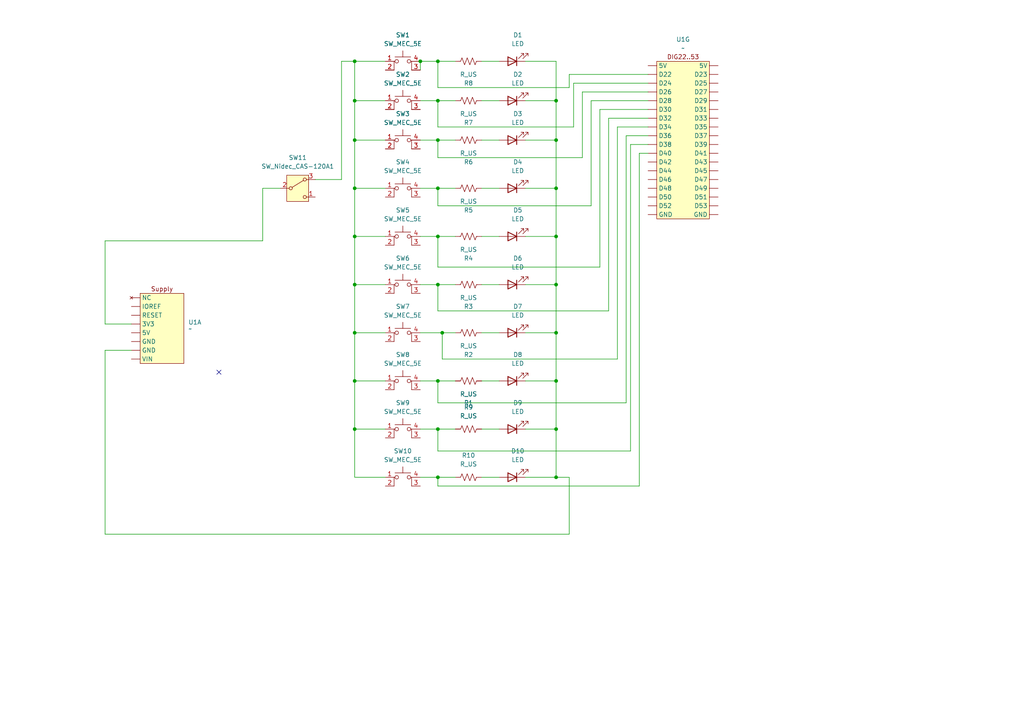
<source format=kicad_sch>
(kicad_sch (version 20231120) (generator "eeschema") (generator_version "8.0")
  (paper "A4")
  (lib_symbols
    (symbol "ArduinoMega2560R3e:ArduinoMega2560R3e" (pin_numbers hide)
      (property "Reference" "U" (at 0 3.81 0))
      (symbol "ArduinoMega2560R3e_1_1"
        (rectangle (start 0 -2.54) (end 12.7 -22.86) (fill (type background)))
        (text "Supply" (at 6.35 -1.27 0) (effects (font (size 1.27 1.27))))
        (pin no_connect line (at -2.54 -3.81 0) (length 2.54) (name "NC") (number "201"))
        (pin output line (at -2.54 -6.35 0) (length 2.54) (name "IOREF") (number "202"))
        (pin input line (at -2.54 -8.89 0) (length 2.54) (name "RESET") (number "203"))
        (pin power_out line (at -2.54 -11.43 0) (length 2.54) (name "3V3") (number "204"))
        (pin power_out line (at -2.54 -13.97 0) (length 2.54) (name "5V") (number "205"))
        (pin power_in line (at -2.54 -16.51 0) (length 2.54) (name "GND") (number "206"))
        (pin power_in line (at -2.54 -19.05 0) (length 2.54) (name "GND") (number "207"))
        (pin power_in line (at -2.54 -21.59 0) (length 2.54) (name "VIN") (number "208"))
      )
      (symbol "ArduinoMega2560R3e_2_1"
        (rectangle (start 0 -2.54) (end 12.7 -22.86) (fill (type background)))
        (text "ANA0..7" (at 6.35 -1.27 0) (effects (font (size 1.27 1.27))))
        (pin input line (at -2.54 -3.81 0) (length 2.54) (name "A0") (number "209"))
        (pin input line (at -2.54 -6.35 0) (length 2.54) (name "A1") (number "210"))
        (pin input line (at -2.54 -8.89 0) (length 2.54) (name "A2") (number "211"))
        (pin input line (at -2.54 -11.43 0) (length 2.54) (name "A3") (number "212"))
        (pin input line (at -2.54 -13.97 0) (length 2.54) (name "A4") (number "213"))
        (pin input line (at -2.54 -16.51 0) (length 2.54) (name "A5") (number "214"))
        (pin input line (at -2.54 -19.05 0) (length 2.54) (name "A6") (number "215"))
        (pin input line (at -2.54 -21.59 0) (length 2.54) (name "A7") (number "216"))
      )
      (symbol "ArduinoMega2560R3e_3_1"
        (rectangle (start 0 -2.54) (end 12.7 -22.86) (fill (type background)))
        (text "ANA8..15" (at 6.35 -1.27 0) (effects (font (size 1.27 1.27))))
        (pin input line (at -2.54 -3.81 0) (length 2.54) (name "A8") (number "217"))
        (pin input line (at -2.54 -6.35 0) (length 2.54) (name "A9") (number "218"))
        (pin input line (at -2.54 -8.89 0) (length 2.54) (name "A10") (number "219"))
        (pin input line (at -2.54 -11.43 0) (length 2.54) (name "A11") (number "220"))
        (pin input line (at -2.54 -13.97 0) (length 2.54) (name "A12") (number "221"))
        (pin input line (at -2.54 -16.51 0) (length 2.54) (name "A13") (number "222"))
        (pin input line (at -2.54 -19.05 0) (length 2.54) (name "A14") (number "223"))
        (pin input line (at -2.54 -21.59 0) (length 2.54) (name "A15") (number "224"))
      )
      (symbol "ArduinoMega2560R3e_4_1"
        (rectangle (start 0 -2.54) (end 12.7 -27.94) (fill (type background)))
        (text "PWM8..13" (at 6.35 -1.27 0) (effects (font (size 1.27 1.27))))
        (pin output line (at -2.54 -3.81 0) (length 2.54) (name "SCL") (number "101"))
        (pin bidirectional line (at -2.54 -6.35 0) (length 2.54) (name "SDA") (number "102"))
        (pin input line (at -2.54 -8.89 0) (length 2.54) (name "AREF") (number "103"))
        (pin power_in line (at -2.54 -11.43 0) (length 2.54) (name "GND") (number "104"))
        (pin bidirectional line (at -2.54 -13.97 0) (length 2.54) (name "PWM13") (number "105"))
        (pin bidirectional line (at -2.54 -16.51 0) (length 2.54) (name "PWM12") (number "106"))
        (pin bidirectional line (at -2.54 -19.05 0) (length 2.54) (name "PWM11") (number "107"))
        (pin bidirectional line (at -2.54 -21.59 0) (length 2.54) (name "PWM10") (number "108"))
        (pin bidirectional line (at -2.54 -24.13 0) (length 2.54) (name "PWM9") (number "109"))
        (pin bidirectional line (at -2.54 -26.67 0) (length 2.54) (name "PWM8") (number "110"))
      )
      (symbol "ArduinoMega2560R3e_5_1"
        (rectangle (start 0 -2.54) (end 12.7 -22.86) (fill (type background)))
        (text "PWM7..0" (at 6.35 -1.27 0) (effects (font (size 1.27 1.27))))
        (pin bidirectional line (at -2.54 -3.81 0) (length 2.54) (name "PWM7") (number "111"))
        (pin bidirectional line (at -2.54 -6.35 0) (length 2.54) (name "PWM6") (number "112"))
        (pin bidirectional line (at -2.54 -8.89 0) (length 2.54) (name "PWM5") (number "113"))
        (pin bidirectional line (at -2.54 -11.43 0) (length 2.54) (name "PWM4") (number "114"))
        (pin bidirectional line (at -2.54 -13.97 0) (length 2.54) (name "PWM3") (number "115"))
        (pin bidirectional line (at -2.54 -16.51 0) (length 2.54) (name "PWM2") (number "116"))
        (pin bidirectional line (at -2.54 -19.05 0) (length 2.54) (name "PWM1") (number "117"))
        (pin bidirectional line (at -2.54 -21.59 0) (length 2.54) (name "PWM0") (number "118"))
      )
      (symbol "ArduinoMega2560R3e_6_1"
        (rectangle (start 0 -2.54) (end 12.7 -22.86) (fill (type background)))
        (text "Serial" (at 6.35 -1.27 0) (effects (font (size 1.27 1.27))))
        (pin bidirectional line (at -2.54 -3.81 0) (length 2.54) (name "TX3_14") (number "119"))
        (pin bidirectional line (at -2.54 -6.35 0) (length 2.54) (name "RX3_15") (number "120"))
        (pin bidirectional line (at -2.54 -8.89 0) (length 2.54) (name "TX2_16") (number "121"))
        (pin bidirectional line (at -2.54 -11.43 0) (length 2.54) (name "RX2_17") (number "122"))
        (pin bidirectional line (at -2.54 -13.97 0) (length 2.54) (name "TX1_18") (number "123"))
        (pin bidirectional line (at -2.54 -16.51 0) (length 2.54) (name "RX1_19") (number "124"))
        (pin bidirectional line (at -2.54 -19.05 0) (length 2.54) (name "SDA_20") (number "125"))
        (pin bidirectional line (at -2.54 -21.59 0) (length 2.54) (name "SCL_21") (number "126"))
      )
      (symbol "ArduinoMega2560R3e_7_1"
        (rectangle (start -7.62 -1.27) (end 7.62 -46.99) (fill (type background)))
        (text "DIG22..53" (at 0 0 0) (effects (font (size 1.27 1.27))))
        (pin power_out line (at -10.16 -2.54 0) (length 2.54) (name "5V") (number "1"))
        (pin bidirectional line (at 10.16 -12.7 180) (length 2.54) (name "D29") (number "10"))
        (pin bidirectional line (at -10.16 -15.24 0) (length 2.54) (name "D30") (number "11"))
        (pin bidirectional line (at 10.16 -15.24 180) (length 2.54) (name "D31") (number "12"))
        (pin bidirectional line (at -10.16 -17.78 0) (length 2.54) (name "D32") (number "13"))
        (pin bidirectional line (at 10.16 -17.78 180) (length 2.54) (name "D33") (number "14"))
        (pin bidirectional line (at -10.16 -20.32 0) (length 2.54) (name "D34") (number "15"))
        (pin bidirectional line (at 10.16 -20.32 180) (length 2.54) (name "D35") (number "16"))
        (pin bidirectional line (at -10.16 -22.86 0) (length 2.54) (name "D36") (number "17"))
        (pin bidirectional line (at 10.16 -22.86 180) (length 2.54) (name "D37") (number "18"))
        (pin bidirectional line (at -10.16 -25.4 0) (length 2.54) (name "D38") (number "19"))
        (pin power_out line (at 10.16 -2.54 180) (length 2.54) (name "5V") (number "2"))
        (pin bidirectional line (at 10.16 -25.4 180) (length 2.54) (name "D39") (number "20"))
        (pin bidirectional line (at -10.16 -27.94 0) (length 2.54) (name "D40") (number "21"))
        (pin bidirectional line (at 10.16 -27.94 180) (length 2.54) (name "D41") (number "22"))
        (pin bidirectional line (at -10.16 -30.48 0) (length 2.54) (name "D42") (number "23"))
        (pin bidirectional line (at 10.16 -30.48 180) (length 2.54) (name "D43") (number "24"))
        (pin bidirectional line (at -10.16 -33.02 0) (length 2.54) (name "D44") (number "25"))
        (pin bidirectional line (at 10.16 -33.02 180) (length 2.54) (name "D45") (number "26"))
        (pin bidirectional line (at -10.16 -35.56 0) (length 2.54) (name "D46") (number "27"))
        (pin bidirectional line (at 10.16 -35.56 180) (length 2.54) (name "D47") (number "28"))
        (pin bidirectional line (at -10.16 -38.1 0) (length 2.54) (name "D48") (number "29"))
        (pin bidirectional line (at -10.16 -5.08 0) (length 2.54) (name "D22") (number "3"))
        (pin bidirectional line (at 10.16 -38.1 180) (length 2.54) (name "D49") (number "30"))
        (pin bidirectional line (at -10.16 -40.64 0) (length 2.54) (name "D50") (number "31"))
        (pin bidirectional line (at 10.16 -40.64 180) (length 2.54) (name "D51") (number "32"))
        (pin bidirectional line (at -10.16 -43.18 0) (length 2.54) (name "D52") (number "33"))
        (pin bidirectional line (at 10.16 -43.18 180) (length 2.54) (name "D53") (number "34"))
        (pin power_in line (at -10.16 -45.72 0) (length 2.54) (name "GND") (number "35"))
        (pin power_in line (at 10.16 -45.72 180) (length 2.54) (name "GND") (number "36"))
        (pin bidirectional line (at 10.16 -5.08 180) (length 2.54) (name "D23") (number "4"))
        (pin bidirectional line (at -10.16 -7.62 0) (length 2.54) (name "D24") (number "5"))
        (pin bidirectional line (at 10.16 -7.62 180) (length 2.54) (name "D25") (number "6"))
        (pin bidirectional line (at -10.16 -10.16 0) (length 2.54) (name "D26") (number "7"))
        (pin bidirectional line (at 10.16 -10.16 180) (length 2.54) (name "D27") (number "8"))
        (pin bidirectional line (at -10.16 -12.7 0) (length 2.54) (name "D28") (number "9"))
      )
    )
    (symbol "Device:LED" (pin_numbers hide) (pin_names (offset 1.016) hide)
      (property "Reference" "D" (at 0 2.54 0))
      (property "Value" "LED" (at 0 -2.54 0))
      (symbol "LED_0_1"
        (polyline (pts (xy -1.27 -1.27) (xy -1.27 1.27)) (stroke (width 0.254)))
        (polyline (pts (xy -1.27 0) (xy 1.27 0)))
        (polyline (pts (xy 1.27 -1.27) (xy 1.27 1.27) (xy -1.27 0) (xy 1.27 -1.27)) (stroke (width 0.254)))
        (polyline (pts (xy -3.048 -0.762) (xy -4.572 -2.286) (xy -3.81 -2.286) (xy -4.572 -2.286) (xy -4.572 -1.524)))
        (polyline (pts (xy -1.778 -0.762) (xy -3.302 -2.286) (xy -2.54 -2.286) (xy -3.302 -2.286) (xy -3.302 -1.524)))
      )
      (symbol "LED_1_1"
        (pin passive line (at -3.81 0 0) (length 2.54) (name "K") (number "1"))
        (pin passive line (at 3.81 0 180) (length 2.54) (name "A") (number "2"))
      )
    )
    (symbol "Device:R_US" (pin_numbers hide) (pin_names (offset 0))
      (property "Reference" "R" (at 2.54 0 90))
      (property "Value" "R_US" (at -2.54 0 90))
      (symbol "R_US_0_1"
        (polyline (pts (xy 0 -2.286) (xy 0 -2.54)))
        (polyline (pts (xy 0 2.286) (xy 0 2.54)))
        (polyline (pts (xy 0 -0.762) (xy 1.016 -1.143) (xy 0 -1.524) (xy -1.016 -1.905) (xy 0 -2.286)))
        (polyline (pts (xy 0 0.762) (xy 1.016 0.381) (xy 0 0) (xy -1.016 -0.381) (xy 0 -0.762)))
        (polyline (pts (xy 0 2.286) (xy 1.016 1.905) (xy 0 1.524) (xy -1.016 1.143) (xy 0 0.762)))
      )
      (symbol "R_US_1_1"
        (pin passive line (at 0 3.81 270) (length 1.27) (name "~") (number "1"))
        (pin passive line (at 0 -3.81 90) (length 1.27) (name "~") (number "2"))
      )
    )
    (symbol "Switch:SW_MEC_5E" (pin_names (offset 1.016) hide)
      (property "Reference" "SW" (at 0.635 5.715 0))
      (property "Value" "SW_MEC_5E" (at 0 -3.175 0))
      (symbol "SW_MEC_5E_0_1"
        (circle (center -1.778 2.54) (radius 0.508))
        (polyline (pts (xy -2.286 3.81) (xy 2.286 3.81)))
        (polyline (pts (xy 0 3.81) (xy 0 5.588)))
        (polyline (pts (xy -2.54 0) (xy -2.54 2.54) (xy -2.286 2.54)))
        (polyline (pts (xy 2.54 0) (xy 2.54 2.54) (xy 2.286 2.54)))
        (circle (center 1.778 2.54) (radius 0.508))
        (pin passive line (at -5.08 2.54 0) (length 2.54) (name "1") (number "1"))
        (pin passive line (at -5.08 0 0) (length 2.54) (name "2") (number "2"))
        (pin passive line (at 5.08 0 180) (length 2.54) (name "K") (number "3"))
        (pin passive line (at 5.08 2.54 180) (length 2.54) (name "A") (number "4"))
      )
    )
    (symbol "Switch:SW_Nidec_CAS-120A1" (pin_names (offset 1) hide)
      (property "Reference" "SW" (at 0 4.318 0))
      (property "Value" "SW_Nidec_CAS-120A1" (at 0 -5.08 0))
      (symbol "SW_Nidec_CAS-120A1_0_1"
        (circle (center -2.032 0) (radius 0.4572))
        (polyline (pts (xy -1.651 0.254) (xy 1.651 2.286)))
        (circle (center 2.032 -2.54) (radius 0.4572))
        (circle (center 2.032 2.54) (radius 0.4572))
      )
      (symbol "SW_Nidec_CAS-120A1_1_1"
        (rectangle (start -3.175 3.81) (end 3.175 -3.81) (fill (type background)))
        (pin passive line (at 5.08 -2.54 180) (length 2.54) (name "C") (number "1"))
        (pin passive line (at -5.08 0 0) (length 2.54) (name "B") (number "2"))
        (pin passive line (at 5.08 2.54 180) (length 2.54) (name "A") (number "3"))
      )
    )
  )
  (junction (at 127 17.78))
  (junction (at 128.27 96.52))
  (junction (at 161.29 68.58))
  (junction (at 127 82.55))
  (junction (at 127 54.61))
  (junction (at 127 124.46))
  (junction (at 127 68.58))
  (junction (at 127 110.49))
  (junction (at 161.29 82.55))
  (junction (at 127 29.21))
  (junction (at 161.29 96.52))
  (junction (at 102.87 29.21))
  (junction (at 161.29 54.61))
  (junction (at 102.87 40.64))
  (junction (at 161.29 40.64))
  (junction (at 161.29 110.49))
  (junction (at 102.87 110.49))
  (junction (at 102.87 17.78))
  (junction (at 127 138.43))
  (junction (at 161.29 29.21))
  (junction (at 127 40.64))
  (junction (at 102.87 68.58))
  (junction (at 102.87 124.46))
  (junction (at 102.87 96.52))
  (junction (at 102.87 54.61))
  (junction (at 102.87 82.55))
  (junction (at 161.29 124.46))
  (junction (at 121.92 17.78))
  (junction (at 161.29 138.43))
  (no_connect (at 63.5 107.95))
  (wire (pts (xy 76.2 54.61) (xy 81.28 54.61)))
  (wire (pts (xy 111.76 82.55) (xy 102.87 82.55)))
  (wire (pts (xy 173.99 77.47) (xy 173.99 31.75)))
  (wire (pts (xy 121.92 82.55) (xy 127 82.55)))
  (wire (pts (xy 127 40.64) (xy 132.08 40.64)))
  (wire (pts (xy 181.61 116.84) (xy 181.61 39.37)))
  (wire (pts (xy 127 138.43) (xy 127 140.97)))
  (wire (pts (xy 187.96 36.83) (xy 179.07 36.83)))
  (wire (pts (xy 152.4 82.55) (xy 161.29 82.55)))
  (wire (pts (xy 139.7 138.43) (xy 144.78 138.43)))
  (wire (pts (xy 139.7 40.64) (xy 144.78 40.64)))
  (wire (pts (xy 139.7 124.46) (xy 144.78 124.46)))
  (wire (pts (xy 121.92 54.61) (xy 127 54.61)))
  (wire (pts (xy 127 90.17) (xy 176.53 90.17)))
  (wire (pts (xy 161.29 68.58) (xy 161.29 82.55)))
  (wire (pts (xy 139.7 110.49) (xy 144.78 110.49)))
  (wire (pts (xy 127 25.4) (xy 165.1 25.4)))
  (wire (pts (xy 152.4 138.43) (xy 161.29 138.43)))
  (wire (pts (xy 91.44 52.07) (xy 99.06 52.07)))
  (wire (pts (xy 127 68.58) (xy 132.08 68.58)))
  (wire (pts (xy 152.4 40.64) (xy 161.29 40.64)))
  (wire (pts (xy 127 45.72) (xy 168.91 45.72)))
  (wire (pts (xy 161.29 138.43) (xy 165.1 138.43)))
  (wire (pts (xy 127 138.43) (xy 132.08 138.43)))
  (wire (pts (xy 127 17.78) (xy 132.08 17.78)))
  (wire (pts (xy 76.2 69.85) (xy 30.48 69.85)))
  (wire (pts (xy 121.92 17.78) (xy 121.92 20.32)))
  (wire (pts (xy 165.1 154.94) (xy 30.48 154.94)))
  (wire (pts (xy 102.87 29.21) (xy 102.87 17.78)))
  (wire (pts (xy 102.87 96.52) (xy 111.76 96.52)))
  (wire (pts (xy 127 17.78) (xy 127 25.4)))
  (wire (pts (xy 30.48 154.94) (xy 30.48 101.6)))
  (wire (pts (xy 102.87 124.46) (xy 111.76 124.46)))
  (wire (pts (xy 127 54.61) (xy 127 59.69)))
  (wire (pts (xy 173.99 31.75) (xy 187.96 31.75)))
  (wire (pts (xy 171.45 29.21) (xy 187.96 29.21)))
  (wire (pts (xy 102.87 17.78) (xy 111.76 17.78)))
  (wire (pts (xy 181.61 39.37) (xy 187.96 39.37)))
  (wire (pts (xy 182.88 41.91) (xy 187.96 41.91)))
  (wire (pts (xy 171.45 59.69) (xy 171.45 29.21)))
  (wire (pts (xy 152.4 29.21) (xy 161.29 29.21)))
  (wire (pts (xy 30.48 93.98) (xy 38.1 93.98)))
  (wire (pts (xy 102.87 54.61) (xy 102.87 40.64)))
  (wire (pts (xy 168.91 26.67) (xy 187.96 26.67)))
  (wire (pts (xy 127 82.55) (xy 132.08 82.55)))
  (wire (pts (xy 127 54.61) (xy 132.08 54.61)))
  (wire (pts (xy 161.29 82.55) (xy 161.29 96.52)))
  (wire (pts (xy 127 59.69) (xy 171.45 59.69)))
  (wire (pts (xy 111.76 138.43) (xy 102.87 138.43)))
  (wire (pts (xy 127 29.21) (xy 132.08 29.21)))
  (wire (pts (xy 102.87 110.49) (xy 111.76 110.49)))
  (wire (pts (xy 99.06 52.07) (xy 99.06 17.78)))
  (wire (pts (xy 161.29 29.21) (xy 161.29 40.64)))
  (wire (pts (xy 161.29 124.46) (xy 161.29 138.43)))
  (wire (pts (xy 168.91 45.72) (xy 168.91 26.67)))
  (wire (pts (xy 127 110.49) (xy 132.08 110.49)))
  (wire (pts (xy 30.48 101.6) (xy 38.1 101.6)))
  (wire (pts (xy 176.53 90.17) (xy 176.53 34.29)))
  (wire (pts (xy 102.87 40.64) (xy 111.76 40.64)))
  (wire (pts (xy 127 124.46) (xy 132.08 124.46)))
  (wire (pts (xy 161.29 110.49) (xy 161.29 124.46)))
  (wire (pts (xy 128.27 96.52) (xy 128.27 104.14)))
  (wire (pts (xy 139.7 68.58) (xy 144.78 68.58)))
  (wire (pts (xy 99.06 17.78) (xy 102.87 17.78)))
  (wire (pts (xy 165.1 21.59) (xy 187.96 21.59)))
  (wire (pts (xy 121.92 96.52) (xy 128.27 96.52)))
  (wire (pts (xy 102.87 82.55) (xy 102.87 96.52)))
  (wire (pts (xy 121.92 40.64) (xy 127 40.64)))
  (wire (pts (xy 165.1 25.4) (xy 165.1 21.59)))
  (wire (pts (xy 121.92 110.49) (xy 127 110.49)))
  (wire (pts (xy 76.2 69.85) (xy 76.2 54.61)))
  (wire (pts (xy 102.87 68.58) (xy 111.76 68.58)))
  (wire (pts (xy 102.87 68.58) (xy 102.87 82.55)))
  (wire (pts (xy 102.87 96.52) (xy 102.87 110.49)))
  (wire (pts (xy 127 68.58) (xy 127 77.47)))
  (wire (pts (xy 127 130.81) (xy 182.88 130.81)))
  (wire (pts (xy 127 124.46) (xy 127 130.81)))
  (wire (pts (xy 121.92 68.58) (xy 127 68.58)))
  (wire (pts (xy 121.92 124.46) (xy 127 124.46)))
  (wire (pts (xy 127 82.55) (xy 127 90.17)))
  (wire (pts (xy 176.53 34.29) (xy 187.96 34.29)))
  (wire (pts (xy 139.7 82.55) (xy 144.78 82.55)))
  (wire (pts (xy 179.07 36.83) (xy 179.07 104.14)))
  (wire (pts (xy 152.4 68.58) (xy 161.29 68.58)))
  (wire (pts (xy 102.87 54.61) (xy 111.76 54.61)))
  (wire (pts (xy 152.4 54.61) (xy 161.29 54.61)))
  (wire (pts (xy 182.88 130.81) (xy 182.88 41.91)))
  (wire (pts (xy 102.87 124.46) (xy 102.87 138.43)))
  (wire (pts (xy 102.87 68.58) (xy 102.87 54.61)))
  (wire (pts (xy 185.42 44.45) (xy 187.96 44.45)))
  (wire (pts (xy 161.29 17.78) (xy 161.29 29.21)))
  (wire (pts (xy 102.87 110.49) (xy 102.87 124.46)))
  (wire (pts (xy 152.4 17.78) (xy 161.29 17.78)))
  (wire (pts (xy 152.4 110.49) (xy 161.29 110.49)))
  (wire (pts (xy 127 77.47) (xy 173.99 77.47)))
  (wire (pts (xy 127 40.64) (xy 127 45.72)))
  (wire (pts (xy 127 116.84) (xy 181.61 116.84)))
  (wire (pts (xy 127 110.49) (xy 127 116.84)))
  (wire (pts (xy 139.7 29.21) (xy 144.78 29.21)))
  (wire (pts (xy 185.42 140.97) (xy 185.42 44.45)))
  (wire (pts (xy 30.48 69.85) (xy 30.48 93.98)))
  (wire (pts (xy 166.37 24.13) (xy 187.96 24.13)))
  (wire (pts (xy 161.29 40.64) (xy 161.29 54.61)))
  (wire (pts (xy 166.37 36.83) (xy 166.37 24.13)))
  (wire (pts (xy 127 29.21) (xy 127 36.83)))
  (wire (pts (xy 127 140.97) (xy 185.42 140.97)))
  (wire (pts (xy 165.1 138.43) (xy 165.1 154.94)))
  (wire (pts (xy 121.92 138.43) (xy 127 138.43)))
  (wire (pts (xy 128.27 96.52) (xy 132.08 96.52)))
  (wire (pts (xy 102.87 29.21) (xy 111.76 29.21)))
  (wire (pts (xy 121.92 17.78) (xy 127 17.78)))
  (wire (pts (xy 161.29 96.52) (xy 161.29 110.49)))
  (wire (pts (xy 139.7 54.61) (xy 144.78 54.61)))
  (wire (pts (xy 127 36.83) (xy 166.37 36.83)))
  (wire (pts (xy 152.4 96.52) (xy 161.29 96.52)))
  (wire (pts (xy 179.07 104.14) (xy 128.27 104.14)))
  (wire (pts (xy 102.87 40.64) (xy 102.87 29.21)))
  (wire (pts (xy 161.29 54.61) (xy 161.29 68.58)))
  (wire (pts (xy 121.92 29.21) (xy 127 29.21)))
  (wire (pts (xy 152.4 124.46) (xy 161.29 124.46)))
  (wire (pts (xy 139.7 96.52) (xy 144.78 96.52)))
  (wire (pts (xy 139.7 17.78) (xy 144.78 17.78)))
  (symbol (lib_id "Switch:SW_MEC_5E") (at 116.84 43.18 0) (unit 1)
    (property "Reference" "SW3" (at 116.84 33.02 0))
    (property "Value" "SW_MEC_5E" (at 116.84 35.56 0))
    (property "Datasheet" "http://www.apem.com/int/index.php?controller=attachment&id_attachment=1371" (effects (hide yes)))
    (property "Description" "MEC 5E single pole normally-open tactile switch" (effects (hide yes)))
  )
  (symbol (lib_id "Switch:SW_MEC_5E") (at 116.84 113.03 0) (unit 1)
    (property "Reference" "SW8" (at 116.84 102.87 0))
    (property "Value" "SW_MEC_5E" (at 116.84 105.41 0))
    (property "Datasheet" "http://www.apem.com/int/index.php?controller=attachment&id_attachment=1371" (effects (hide yes)))
    (property "Description" "MEC 5E single pole normally-open tactile switch" (effects (hide yes)))
  )
  (symbol (lib_id "Switch:SW_MEC_5E") (at 116.84 31.75 0) (unit 1)
    (property "Reference" "SW2" (at 116.84 21.59 0))
    (property "Value" "SW_MEC_5E" (at 116.84 24.13 0))
    (property "Datasheet" "http://www.apem.com/int/index.php?controller=attachment&id_attachment=1371" (effects (hide yes)))
    (property "Description" "MEC 5E single pole normally-open tactile switch" (effects (hide yes)))
  )
  (symbol (lib_id "Device:R_US") (at 135.89 96.52 270) (unit 1)
    (property "Reference" "R2" (at 135.89 102.87 90))
    (property "Value" "R_US" (at 135.89 100.33 90))
    (property "Description" "Resistor, US symbol" (effects (hide yes)))
  )
  (symbol (lib_id "Switch:SW_MEC_5E") (at 116.84 140.97 0) (unit 1)
    (property "Reference" "SW10" (at 116.84 130.81 0))
    (property "Value" "SW_MEC_5E" (at 116.84 133.35 0))
    (property "Datasheet" "http://www.apem.com/int/index.php?controller=attachment&id_attachment=1371" (effects (hide yes)))
    (property "Description" "MEC 5E single pole normally-open tactile switch" (effects (hide yes)))
  )
  (symbol (lib_id "Device:R_US") (at 135.89 124.46 90) (unit 1)
    (property "Reference" "R9" (at 135.89 118.11 90))
    (property "Value" "R_US" (at 135.89 120.65 90))
    (property "Description" "Resistor, US symbol" (effects (hide yes)))
  )
  (symbol (lib_id "Switch:SW_Nidec_CAS-120A1") (at 86.36 54.61 0) (unit 1)
    (property "Reference" "SW11" (at 86.36 45.72 0))
    (property "Value" "SW_Nidec_CAS-120A1" (at 86.36 48.26 0))
    (property "Footprint" "Button_Switch_SMD:Nidec_Copal_CAS-120A" (effects (hide yes)))
    (property "Datasheet" "https://www.nidec-components.com/e/catalog/switch/cas.pdf" (effects (hide yes)))
    (property "Description" "Switch, single pole double throw" (effects (hide yes)))
  )
  (symbol (lib_id "Device:LED") (at 148.59 17.78 180) (unit 1)
    (property "Reference" "D1" (at 150.1775 10.16 0))
    (property "Value" "LED" (at 150.1775 12.7 0))
    (property "Description" "Light emitting diode" (effects (hide yes)))
  )
  (symbol (lib_id "Device:LED") (at 148.59 138.43 180) (unit 1)
    (property "Reference" "D10" (at 150.1775 130.81 0))
    (property "Value" "LED" (at 150.1775 133.35 0))
    (property "Description" "Light emitting diode" (effects (hide yes)))
  )
  (symbol (lib_id "ArduinoMega2560R3e:ArduinoMega2560R3e") (at 40.64 82.55 0) (unit 1)
    (property "Reference" "U1" (at 54.61 93.4691 0) (effects (justify left)))
    (property "Value" "~" (at 54.61 95.3742 0) (effects (justify left)))
    (property "Footprint" "ArduinoMega2560R3e:ArduinoMega2560R3e" (effects (hide yes)))
  )
  (symbol (lib_id "ArduinoMega2560R3e:ArduinoMega2560R3e") (at 198.12 16.51 0) (unit 7)
    (property "Reference" "U1" (at 198.12 11.43 0))
    (property "Value" "~" (at 198.12 13.97 0))
    (property "Footprint" "ArduinoMega2560R3e:ArduinoMega2560R3e" (effects (hide yes)))
  )
  (symbol (lib_id "Switch:SW_MEC_5E") (at 116.84 20.32 0) (unit 1)
    (property "Reference" "SW1" (at 116.84 10.16 0))
    (property "Value" "SW_MEC_5E" (at 116.84 12.7 0))
    (property "Datasheet" "http://www.apem.com/int/index.php?controller=attachment&id_attachment=1371" (effects (hide yes)))
    (property "Description" "MEC 5E single pole normally-open tactile switch" (effects (hide yes)))
  )
  (symbol (lib_id "Device:LED") (at 148.59 54.61 180) (unit 1)
    (property "Reference" "D4" (at 150.1775 46.99 0))
    (property "Value" "LED" (at 150.1775 49.53 0))
    (property "Description" "Light emitting diode" (effects (hide yes)))
  )
  (symbol (lib_id "Device:R_US") (at 135.89 54.61 270) (unit 1)
    (property "Reference" "R5" (at 135.89 60.96 90))
    (property "Value" "R_US" (at 135.89 58.42 90))
    (property "Description" "Resistor, US symbol" (effects (hide yes)))
  )
  (symbol (lib_id "Device:R_US") (at 135.89 68.58 270) (unit 1)
    (property "Reference" "R4" (at 135.89 74.93 90))
    (property "Value" "R_US" (at 135.89 72.39 90))
    (property "Description" "Resistor, US symbol" (effects (hide yes)))
  )
  (symbol (lib_id "Switch:SW_MEC_5E") (at 116.84 127 0) (unit 1)
    (property "Reference" "SW9" (at 116.84 116.84 0))
    (property "Value" "SW_MEC_5E" (at 116.84 119.38 0))
    (property "Datasheet" "http://www.apem.com/int/index.php?controller=attachment&id_attachment=1371" (effects (hide yes)))
    (property "Description" "MEC 5E single pole normally-open tactile switch" (effects (hide yes)))
  )
  (symbol (lib_id "Device:LED") (at 148.59 124.46 180) (unit 1)
    (property "Reference" "D9" (at 150.1775 116.84 0))
    (property "Value" "LED" (at 150.1775 119.38 0))
    (property "Description" "Light emitting diode" (effects (hide yes)))
  )
  (symbol (lib_id "Device:LED") (at 148.59 29.21 180) (unit 1)
    (property "Reference" "D2" (at 150.1775 21.59 0))
    (property "Value" "LED" (at 150.1775 24.13 0))
    (property "Description" "Light emitting diode" (effects (hide yes)))
  )
  (symbol (lib_id "Switch:SW_MEC_5E") (at 116.84 99.06 0) (unit 1)
    (property "Reference" "SW7" (at 116.84 88.9 0))
    (property "Value" "SW_MEC_5E" (at 116.84 91.44 0))
    (property "Datasheet" "http://www.apem.com/int/index.php?controller=attachment&id_attachment=1371" (effects (hide yes)))
    (property "Description" "MEC 5E single pole normally-open tactile switch" (effects (hide yes)))
  )
  (symbol (lib_id "Device:LED") (at 148.59 110.49 180) (unit 1)
    (property "Reference" "D8" (at 150.1775 102.87 0))
    (property "Value" "LED" (at 150.1775 105.41 0))
    (property "Description" "Light emitting diode" (effects (hide yes)))
  )
  (symbol (lib_id "Device:R_US") (at 135.89 40.64 270) (unit 1)
    (property "Reference" "R6" (at 135.89 46.99 90))
    (property "Value" "R_US" (at 135.89 44.45 90))
    (property "Description" "Resistor, US symbol" (effects (hide yes)))
  )
  (symbol (lib_id "Device:R_US") (at 135.89 82.55 270) (unit 1)
    (property "Reference" "R3" (at 135.89 88.9 90))
    (property "Value" "R_US" (at 135.89 86.36 90))
    (property "Description" "Resistor, US symbol" (effects (hide yes)))
  )
  (symbol (lib_id "Device:R_US") (at 135.89 110.49 270) (unit 1)
    (property "Reference" "R1" (at 135.89 116.84 90))
    (property "Value" "R_US" (at 135.89 114.3 90))
    (property "Description" "Resistor, US symbol" (effects (hide yes)))
  )
  (symbol (lib_id "Device:LED") (at 148.59 96.52 180) (unit 1)
    (property "Reference" "D7" (at 150.1775 88.9 0))
    (property "Value" "LED" (at 150.1775 91.44 0))
    (property "Description" "Light emitting diode" (effects (hide yes)))
  )
  (symbol (lib_id "Device:LED") (at 148.59 68.58 180) (unit 1)
    (property "Reference" "D5" (at 150.1775 60.96 0))
    (property "Value" "LED" (at 150.1775 63.5 0))
    (property "Description" "Light emitting diode" (effects (hide yes)))
  )
  (symbol (lib_id "Device:LED") (at 148.59 82.55 180) (unit 1)
    (property "Reference" "D6" (at 150.1775 74.93 0))
    (property "Value" "LED" (at 150.1775 77.47 0))
    (property "Description" "Light emitting diode" (effects (hide yes)))
  )
  (symbol (lib_id "Switch:SW_MEC_5E") (at 116.84 57.15 0) (unit 1)
    (property "Reference" "SW4" (at 116.84 46.99 0))
    (property "Value" "SW_MEC_5E" (at 116.84 49.53 0))
    (property "Datasheet" "http://www.apem.com/int/index.php?controller=attachment&id_attachment=1371" (effects (hide yes)))
    (property "Description" "MEC 5E single pole normally-open tactile switch" (effects (hide yes)))
  )
  (symbol (lib_id "Switch:SW_MEC_5E") (at 116.84 71.12 0) (unit 1)
    (property "Reference" "SW5" (at 116.84 60.96 0))
    (property "Value" "SW_MEC_5E" (at 116.84 63.5 0))
    (property "Datasheet" "http://www.apem.com/int/index.php?controller=attachment&id_attachment=1371" (effects (hide yes)))
    (property "Description" "MEC 5E single pole normally-open tactile switch" (effects (hide yes)))
  )
  (symbol (lib_id "Device:R_US") (at 135.89 138.43 90) (unit 1)
    (property "Reference" "R10" (at 135.89 132.08 90))
    (property "Value" "R_US" (at 135.89 134.62 90))
    (property "Description" "Resistor, US symbol" (effects (hide yes)))
  )
  (symbol (lib_id "Device:R_US") (at 135.89 29.21 270) (unit 1)
    (property "Reference" "R7" (at 135.89 35.56 90))
    (property "Value" "R_US" (at 135.89 33.02 90))
    (property "Description" "Resistor, US symbol" (effects (hide yes)))
  )
  (symbol (lib_id "Switch:SW_MEC_5E") (at 116.84 85.09 0) (unit 1)
    (property "Reference" "SW6" (at 116.84 74.93 0))
    (property "Value" "SW_MEC_5E" (at 116.84 77.47 0))
    (property "Datasheet" "http://www.apem.com/int/index.php?controller=attachment&id_attachment=1371" (effects (hide yes)))
    (property "Description" "MEC 5E single pole normally-open tactile switch" (effects (hide yes)))
  )
  (symbol (lib_id "Device:R_US") (at 135.89 17.78 270) (unit 1)
    (property "Reference" "R8" (at 135.89 24.13 90))
    (property "Value" "R_US" (at 135.89 21.59 90))
    (property "Description" "Resistor, US symbol" (effects (hide yes)))
  )
  (symbol (lib_id "Device:LED") (at 148.59 40.64 180) (unit 1)
    (property "Reference" "D3" (at 150.1775 33.02 0))
    (property "Value" "LED" (at 150.1775 35.56 0))
    (property "Description" "Light emitting diode" (effects (hide yes)))
  )
)
</source>
